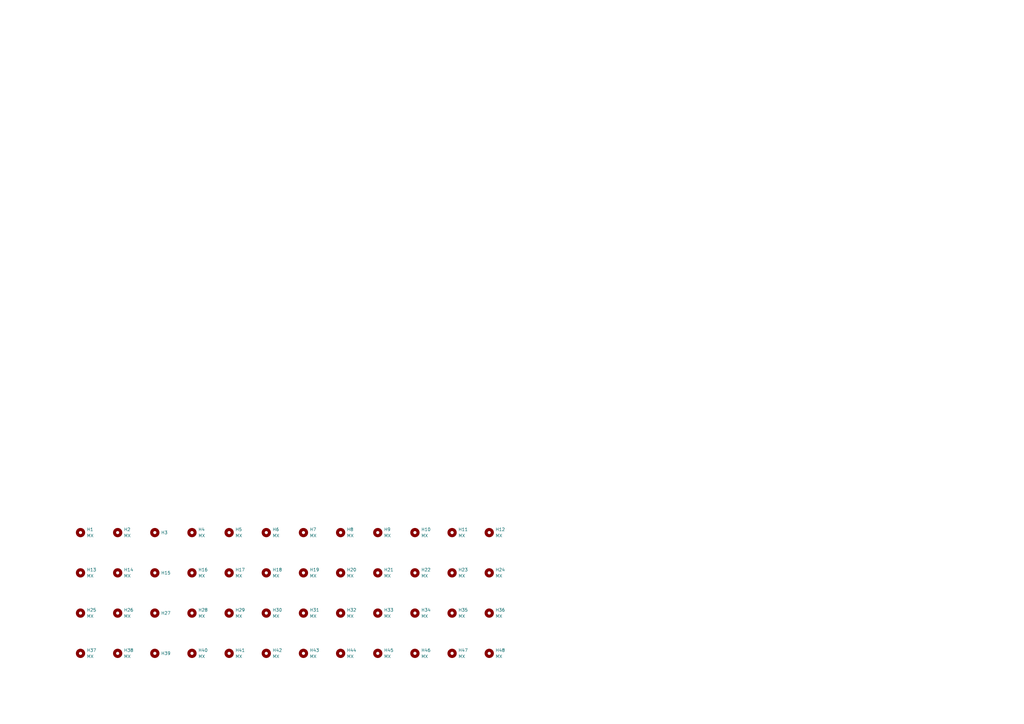
<source format=kicad_sch>
(kicad_sch (version 20230121) (generator eeschema)

  (uuid 195be91b-8e8a-44dc-96de-003bfb3dcf19)

  (paper "A3")

  (lib_symbols
    (symbol "Mechanical:MountingHole" (pin_names (offset 1.016)) (in_bom yes) (on_board yes)
      (property "Reference" "H" (at 0 5.08 0)
        (effects (font (size 1.27 1.27)))
      )
      (property "Value" "MountingHole" (at 0 3.175 0)
        (effects (font (size 1.27 1.27)))
      )
      (property "Footprint" "" (at 0 0 0)
        (effects (font (size 1.27 1.27)) hide)
      )
      (property "Datasheet" "~" (at 0 0 0)
        (effects (font (size 1.27 1.27)) hide)
      )
      (property "ki_keywords" "mounting hole" (at 0 0 0)
        (effects (font (size 1.27 1.27)) hide)
      )
      (property "ki_description" "Mounting Hole without connection" (at 0 0 0)
        (effects (font (size 1.27 1.27)) hide)
      )
      (property "ki_fp_filters" "MountingHole*" (at 0 0 0)
        (effects (font (size 1.27 1.27)) hide)
      )
      (symbol "MountingHole_0_1"
        (circle (center 0 0) (radius 1.27)
          (stroke (width 1.27) (type default))
          (fill (type none))
        )
      )
    )
  )


  (symbol (lib_id "Mechanical:MountingHole") (at 139.7 251.46 0) (unit 1)
    (in_bom yes) (on_board yes) (dnp no) (fields_autoplaced)
    (uuid 063b1dc2-ca55-4bb4-85d7-6cd6f495ad59)
    (property "Reference" "MX32" (at 142.24 250.19 0)
      (effects (font (size 1.27 1.27)) (justify left))
    )
    (property "Value" "MX" (at 142.24 252.73 0)
      (effects (font (size 1.27 1.27)) (justify left))
    )
    (property "Footprint" "PCM_marbastlib-xp-plate-mx:Plate-M_MX_1u" (at 139.7 251.46 0)
      (effects (font (size 1.27 1.27)) hide)
    )
    (property "Datasheet" "~" (at 139.7 251.46 0)
      (effects (font (size 1.27 1.27)) hide)
    )
    (property "LCSC" "" (at 139.7 251.46 0)
      (effects (font (size 1.27 1.27)) hide)
    )
    (instances
      (project "cornelius"
        (path "/13e40788-c997-49b6-a295-2e0f727db597/6b5635e7-5fcf-47f3-9ba2-4889ebab0035"
          (reference "MX32") (unit 1)
        )
      )
      (project "plate_ble"
        (path "/195be91b-8e8a-44dc-96de-003bfb3dcf19"
          (reference "H32") (unit 1)
        )
      )
      (project "cornelius"
        (path "/2ec4f4fa-8c08-458a-8dcd-8bbe89e58c6a"
          (reference "MX32") (unit 1)
        )
      )
    )
  )

  (symbol (lib_id "Mechanical:MountingHole") (at 154.94 267.97 0) (unit 1)
    (in_bom yes) (on_board yes) (dnp no) (fields_autoplaced)
    (uuid 068ae062-4b8a-4e8f-89cf-d2041ddd6e40)
    (property "Reference" "MX45" (at 157.48 266.7 0)
      (effects (font (size 1.27 1.27)) (justify left))
    )
    (property "Value" "MX" (at 157.48 269.24 0)
      (effects (font (size 1.27 1.27)) (justify left))
    )
    (property "Footprint" "PCM_marbastlib-xp-plate-mx:Plate-M_MX_1u" (at 154.94 267.97 0)
      (effects (font (size 1.27 1.27)) hide)
    )
    (property "Datasheet" "~" (at 154.94 267.97 0)
      (effects (font (size 1.27 1.27)) hide)
    )
    (property "LCSC" "" (at 154.94 267.97 0)
      (effects (font (size 1.27 1.27)) hide)
    )
    (instances
      (project "cornelius"
        (path "/13e40788-c997-49b6-a295-2e0f727db597/6b5635e7-5fcf-47f3-9ba2-4889ebab0035"
          (reference "MX45") (unit 1)
        )
      )
      (project "plate_ble"
        (path "/195be91b-8e8a-44dc-96de-003bfb3dcf19"
          (reference "H45") (unit 1)
        )
      )
      (project "cornelius"
        (path "/2ec4f4fa-8c08-458a-8dcd-8bbe89e58c6a"
          (reference "MX45") (unit 1)
        )
      )
    )
  )

  (symbol (lib_id "Mechanical:MountingHole") (at 124.46 234.95 0) (unit 1)
    (in_bom yes) (on_board yes) (dnp no) (fields_autoplaced)
    (uuid 06fd59d4-5c4e-41cb-bddc-70adb2b1f5e5)
    (property "Reference" "MX19" (at 127 233.68 0)
      (effects (font (size 1.27 1.27)) (justify left))
    )
    (property "Value" "MX" (at 127 236.22 0)
      (effects (font (size 1.27 1.27)) (justify left))
    )
    (property "Footprint" "PCM_marbastlib-xp-plate-mx:Plate-M_MX_1u" (at 124.46 234.95 0)
      (effects (font (size 1.27 1.27)) hide)
    )
    (property "Datasheet" "~" (at 124.46 234.95 0)
      (effects (font (size 1.27 1.27)) hide)
    )
    (property "LCSC" "" (at 124.46 234.95 0)
      (effects (font (size 1.27 1.27)) hide)
    )
    (instances
      (project "cornelius"
        (path "/13e40788-c997-49b6-a295-2e0f727db597/6b5635e7-5fcf-47f3-9ba2-4889ebab0035"
          (reference "MX19") (unit 1)
        )
      )
      (project "plate_ble"
        (path "/195be91b-8e8a-44dc-96de-003bfb3dcf19"
          (reference "H19") (unit 1)
        )
      )
      (project "cornelius"
        (path "/2ec4f4fa-8c08-458a-8dcd-8bbe89e58c6a"
          (reference "MX19") (unit 1)
        )
      )
    )
  )

  (symbol (lib_id "Mechanical:MountingHole") (at 185.42 218.44 0) (unit 1)
    (in_bom yes) (on_board yes) (dnp no) (fields_autoplaced)
    (uuid 07437343-938b-40bc-85a1-78465ff1d5ce)
    (property "Reference" "MX11" (at 187.96 217.17 0)
      (effects (font (size 1.27 1.27)) (justify left))
    )
    (property "Value" "MX" (at 187.96 219.71 0)
      (effects (font (size 1.27 1.27)) (justify left))
    )
    (property "Footprint" "PCM_marbastlib-xp-plate-mx:Plate-M_MX_1u" (at 185.42 218.44 0)
      (effects (font (size 1.27 1.27)) hide)
    )
    (property "Datasheet" "~" (at 185.42 218.44 0)
      (effects (font (size 1.27 1.27)) hide)
    )
    (property "LCSC" "" (at 185.42 218.44 0)
      (effects (font (size 1.27 1.27)) hide)
    )
    (instances
      (project "cornelius"
        (path "/13e40788-c997-49b6-a295-2e0f727db597/6b5635e7-5fcf-47f3-9ba2-4889ebab0035"
          (reference "MX11") (unit 1)
        )
      )
      (project "plate_ble"
        (path "/195be91b-8e8a-44dc-96de-003bfb3dcf19"
          (reference "H11") (unit 1)
        )
      )
      (project "cornelius"
        (path "/2ec4f4fa-8c08-458a-8dcd-8bbe89e58c6a"
          (reference "MX11") (unit 1)
        )
      )
    )
  )

  (symbol (lib_id "Mechanical:MountingHole") (at 185.42 267.97 0) (unit 1)
    (in_bom yes) (on_board yes) (dnp no) (fields_autoplaced)
    (uuid 08d3b48b-5aae-4e55-b4f6-ccd7af245d63)
    (property "Reference" "MX47" (at 187.96 266.7 0)
      (effects (font (size 1.27 1.27)) (justify left))
    )
    (property "Value" "MX" (at 187.96 269.24 0)
      (effects (font (size 1.27 1.27)) (justify left))
    )
    (property "Footprint" "PCM_marbastlib-xp-plate-mx:Plate-M_MX_1u" (at 185.42 267.97 0)
      (effects (font (size 1.27 1.27)) hide)
    )
    (property "Datasheet" "~" (at 185.42 267.97 0)
      (effects (font (size 1.27 1.27)) hide)
    )
    (property "LCSC" "" (at 185.42 267.97 0)
      (effects (font (size 1.27 1.27)) hide)
    )
    (instances
      (project "cornelius"
        (path "/13e40788-c997-49b6-a295-2e0f727db597/6b5635e7-5fcf-47f3-9ba2-4889ebab0035"
          (reference "MX47") (unit 1)
        )
      )
      (project "plate_ble"
        (path "/195be91b-8e8a-44dc-96de-003bfb3dcf19"
          (reference "H47") (unit 1)
        )
      )
      (project "cornelius"
        (path "/2ec4f4fa-8c08-458a-8dcd-8bbe89e58c6a"
          (reference "MX47") (unit 1)
        )
      )
    )
  )

  (symbol (lib_id "Mechanical:MountingHole") (at 93.98 234.95 0) (unit 1)
    (in_bom yes) (on_board yes) (dnp no) (fields_autoplaced)
    (uuid 1010bd01-1237-46bd-98c0-fff1ff2db459)
    (property "Reference" "MX17" (at 96.52 233.68 0)
      (effects (font (size 1.27 1.27)) (justify left))
    )
    (property "Value" "MX" (at 96.52 236.22 0)
      (effects (font (size 1.27 1.27)) (justify left))
    )
    (property "Footprint" "PCM_marbastlib-xp-plate-mx:Plate-M_MX_1u" (at 93.98 234.95 0)
      (effects (font (size 1.27 1.27)) hide)
    )
    (property "Datasheet" "~" (at 93.98 234.95 0)
      (effects (font (size 1.27 1.27)) hide)
    )
    (property "LCSC" "" (at 93.98 234.95 0)
      (effects (font (size 1.27 1.27)) hide)
    )
    (instances
      (project "cornelius"
        (path "/13e40788-c997-49b6-a295-2e0f727db597/6b5635e7-5fcf-47f3-9ba2-4889ebab0035"
          (reference "MX17") (unit 1)
        )
      )
      (project "plate_ble"
        (path "/195be91b-8e8a-44dc-96de-003bfb3dcf19"
          (reference "H17") (unit 1)
        )
      )
      (project "cornelius"
        (path "/2ec4f4fa-8c08-458a-8dcd-8bbe89e58c6a"
          (reference "MX17") (unit 1)
        )
      )
    )
  )

  (symbol (lib_id "Mechanical:MountingHole") (at 109.22 251.46 0) (unit 1)
    (in_bom yes) (on_board yes) (dnp no) (fields_autoplaced)
    (uuid 2a0074bb-eb0c-4c1c-8e3e-2569f9806bef)
    (property "Reference" "MX30" (at 111.76 250.19 0)
      (effects (font (size 1.27 1.27)) (justify left))
    )
    (property "Value" "MX" (at 111.76 252.73 0)
      (effects (font (size 1.27 1.27)) (justify left))
    )
    (property "Footprint" "PCM_marbastlib-xp-plate-mx:Plate-M_MX_1u" (at 109.22 251.46 0)
      (effects (font (size 1.27 1.27)) hide)
    )
    (property "Datasheet" "~" (at 109.22 251.46 0)
      (effects (font (size 1.27 1.27)) hide)
    )
    (property "LCSC" "" (at 109.22 251.46 0)
      (effects (font (size 1.27 1.27)) hide)
    )
    (instances
      (project "cornelius"
        (path "/13e40788-c997-49b6-a295-2e0f727db597/6b5635e7-5fcf-47f3-9ba2-4889ebab0035"
          (reference "MX30") (unit 1)
        )
      )
      (project "plate_ble"
        (path "/195be91b-8e8a-44dc-96de-003bfb3dcf19"
          (reference "H30") (unit 1)
        )
      )
      (project "cornelius"
        (path "/2ec4f4fa-8c08-458a-8dcd-8bbe89e58c6a"
          (reference "MX30") (unit 1)
        )
      )
    )
  )

  (symbol (lib_id "Mechanical:MountingHole") (at 170.18 251.46 0) (unit 1)
    (in_bom yes) (on_board yes) (dnp no) (fields_autoplaced)
    (uuid 2ec8a01a-e72d-4077-be61-c2143af405e1)
    (property "Reference" "MX34" (at 172.72 250.19 0)
      (effects (font (size 1.27 1.27)) (justify left))
    )
    (property "Value" "MX" (at 172.72 252.73 0)
      (effects (font (size 1.27 1.27)) (justify left))
    )
    (property "Footprint" "PCM_marbastlib-xp-plate-mx:Plate-M_MX_1u" (at 170.18 251.46 0)
      (effects (font (size 1.27 1.27)) hide)
    )
    (property "Datasheet" "~" (at 170.18 251.46 0)
      (effects (font (size 1.27 1.27)) hide)
    )
    (property "LCSC" "" (at 170.18 251.46 0)
      (effects (font (size 1.27 1.27)) hide)
    )
    (instances
      (project "cornelius"
        (path "/13e40788-c997-49b6-a295-2e0f727db597/6b5635e7-5fcf-47f3-9ba2-4889ebab0035"
          (reference "MX34") (unit 1)
        )
      )
      (project "plate_ble"
        (path "/195be91b-8e8a-44dc-96de-003bfb3dcf19"
          (reference "H34") (unit 1)
        )
      )
      (project "cornelius"
        (path "/2ec4f4fa-8c08-458a-8dcd-8bbe89e58c6a"
          (reference "MX34") (unit 1)
        )
      )
    )
  )

  (symbol (lib_id "Mechanical:MountingHole") (at 48.26 218.44 0) (unit 1)
    (in_bom yes) (on_board yes) (dnp no) (fields_autoplaced)
    (uuid 3a81b5f7-7659-40af-8a1a-5fc79ed315a8)
    (property "Reference" "MX2" (at 50.8 217.17 0)
      (effects (font (size 1.27 1.27)) (justify left))
    )
    (property "Value" "MX" (at 50.8 219.71 0)
      (effects (font (size 1.27 1.27)) (justify left))
    )
    (property "Footprint" "PCM_marbastlib-xp-plate-mx:Plate-M_MX_1u" (at 48.26 218.44 0)
      (effects (font (size 1.27 1.27)) hide)
    )
    (property "Datasheet" "~" (at 48.26 218.44 0)
      (effects (font (size 1.27 1.27)) hide)
    )
    (property "LCSC" "" (at 48.26 218.44 0)
      (effects (font (size 1.27 1.27)) hide)
    )
    (instances
      (project "cornelius"
        (path "/13e40788-c997-49b6-a295-2e0f727db597/6b5635e7-5fcf-47f3-9ba2-4889ebab0035"
          (reference "MX2") (unit 1)
        )
      )
      (project "plate_ble"
        (path "/195be91b-8e8a-44dc-96de-003bfb3dcf19"
          (reference "H2") (unit 1)
        )
      )
      (project "cornelius"
        (path "/2ec4f4fa-8c08-458a-8dcd-8bbe89e58c6a"
          (reference "MX2") (unit 1)
        )
      )
    )
  )

  (symbol (lib_id "Mechanical:MountingHole") (at 48.26 234.95 0) (unit 1)
    (in_bom yes) (on_board yes) (dnp no) (fields_autoplaced)
    (uuid 44fef1f7-9fcb-43b5-b0fe-76e2df268baa)
    (property "Reference" "MX14" (at 50.8 233.68 0)
      (effects (font (size 1.27 1.27)) (justify left))
    )
    (property "Value" "MX" (at 50.8 236.22 0)
      (effects (font (size 1.27 1.27)) (justify left))
    )
    (property "Footprint" "PCM_marbastlib-xp-plate-mx:Plate-M_MX_1u" (at 48.26 234.95 0)
      (effects (font (size 1.27 1.27)) hide)
    )
    (property "Datasheet" "~" (at 48.26 234.95 0)
      (effects (font (size 1.27 1.27)) hide)
    )
    (property "LCSC" "" (at 48.26 234.95 0)
      (effects (font (size 1.27 1.27)) hide)
    )
    (instances
      (project "cornelius"
        (path "/13e40788-c997-49b6-a295-2e0f727db597/6b5635e7-5fcf-47f3-9ba2-4889ebab0035"
          (reference "MX14") (unit 1)
        )
      )
      (project "plate_ble"
        (path "/195be91b-8e8a-44dc-96de-003bfb3dcf19"
          (reference "H14") (unit 1)
        )
      )
      (project "cornelius"
        (path "/2ec4f4fa-8c08-458a-8dcd-8bbe89e58c6a"
          (reference "MX14") (unit 1)
        )
      )
    )
  )

  (symbol (lib_id "Mechanical:MountingHole") (at 200.66 267.97 0) (unit 1)
    (in_bom yes) (on_board yes) (dnp no) (fields_autoplaced)
    (uuid 4c20d6f0-d721-4c3a-8bf8-8c6b2139e8d9)
    (property "Reference" "MX48" (at 203.2 266.7 0)
      (effects (font (size 1.27 1.27)) (justify left))
    )
    (property "Value" "MX" (at 203.2 269.24 0)
      (effects (font (size 1.27 1.27)) (justify left))
    )
    (property "Footprint" "PCM_marbastlib-xp-plate-mx:Plate-M_MX_1u" (at 200.66 267.97 0)
      (effects (font (size 1.27 1.27)) hide)
    )
    (property "Datasheet" "~" (at 200.66 267.97 0)
      (effects (font (size 1.27 1.27)) hide)
    )
    (property "LCSC" "" (at 200.66 267.97 0)
      (effects (font (size 1.27 1.27)) hide)
    )
    (instances
      (project "cornelius"
        (path "/13e40788-c997-49b6-a295-2e0f727db597/6b5635e7-5fcf-47f3-9ba2-4889ebab0035"
          (reference "MX48") (unit 1)
        )
      )
      (project "plate_ble"
        (path "/195be91b-8e8a-44dc-96de-003bfb3dcf19"
          (reference "H48") (unit 1)
        )
      )
      (project "cornelius"
        (path "/2ec4f4fa-8c08-458a-8dcd-8bbe89e58c6a"
          (reference "MX48") (unit 1)
        )
      )
    )
  )

  (symbol (lib_id "Mechanical:MountingHole") (at 185.42 251.46 0) (unit 1)
    (in_bom yes) (on_board yes) (dnp no) (fields_autoplaced)
    (uuid 4e04b161-5b86-4c49-813e-82b664d29d50)
    (property "Reference" "MX35" (at 187.96 250.19 0)
      (effects (font (size 1.27 1.27)) (justify left))
    )
    (property "Value" "MX" (at 187.96 252.73 0)
      (effects (font (size 1.27 1.27)) (justify left))
    )
    (property "Footprint" "PCM_marbastlib-xp-plate-mx:Plate-M_MX_1u" (at 185.42 251.46 0)
      (effects (font (size 1.27 1.27)) hide)
    )
    (property "Datasheet" "~" (at 185.42 251.46 0)
      (effects (font (size 1.27 1.27)) hide)
    )
    (property "LCSC" "" (at 185.42 251.46 0)
      (effects (font (size 1.27 1.27)) hide)
    )
    (instances
      (project "cornelius"
        (path "/13e40788-c997-49b6-a295-2e0f727db597/6b5635e7-5fcf-47f3-9ba2-4889ebab0035"
          (reference "MX35") (unit 1)
        )
      )
      (project "plate_ble"
        (path "/195be91b-8e8a-44dc-96de-003bfb3dcf19"
          (reference "H35") (unit 1)
        )
      )
      (project "cornelius"
        (path "/2ec4f4fa-8c08-458a-8dcd-8bbe89e58c6a"
          (reference "MX35") (unit 1)
        )
      )
    )
  )

  (symbol (lib_id "Mechanical:MountingHole") (at 63.5 251.46 0) (unit 1)
    (in_bom yes) (on_board yes) (dnp no) (fields_autoplaced)
    (uuid 51a05c2a-5a5f-4f89-a2d7-c452b61e596d)
    (property "Reference" "MX27" (at 66.04 251.46 0)
      (effects (font (size 1.27 1.27)) (justify left))
    )
    (property "Value" "MX" (at 63.5 246.38 0)
      (effects (font (size 1.27 1.27)) hide)
    )
    (property "Footprint" "PCM_marbastlib-xp-plate-mx:Plate-M_MX_1u" (at 63.5 251.46 0)
      (effects (font (size 1.27 1.27)) hide)
    )
    (property "Datasheet" "~" (at 63.5 251.46 0)
      (effects (font (size 1.27 1.27)) hide)
    )
    (property "LCSC" "" (at 63.5 251.46 0)
      (effects (font (size 1.27 1.27)) hide)
    )
    (instances
      (project "cornelius"
        (path "/13e40788-c997-49b6-a295-2e0f727db597/6b5635e7-5fcf-47f3-9ba2-4889ebab0035"
          (reference "MX27") (unit 1)
        )
      )
      (project "plate_ble"
        (path "/195be91b-8e8a-44dc-96de-003bfb3dcf19"
          (reference "H27") (unit 1)
        )
      )
      (project "cornelius"
        (path "/2ec4f4fa-8c08-458a-8dcd-8bbe89e58c6a"
          (reference "MX27") (unit 1)
        )
      )
    )
  )

  (symbol (lib_id "Mechanical:MountingHole") (at 139.7 267.97 0) (unit 1)
    (in_bom yes) (on_board yes) (dnp no) (fields_autoplaced)
    (uuid 535aa5ec-573e-4d7d-8222-d455413312ef)
    (property "Reference" "MX44" (at 142.24 266.7 0)
      (effects (font (size 1.27 1.27)) (justify left))
    )
    (property "Value" "MX" (at 142.24 269.24 0)
      (effects (font (size 1.27 1.27)) (justify left))
    )
    (property "Footprint" "PCM_marbastlib-xp-plate-mx:Plate-M_MX_1u" (at 139.7 267.97 0)
      (effects (font (size 1.27 1.27)) hide)
    )
    (property "Datasheet" "~" (at 139.7 267.97 0)
      (effects (font (size 1.27 1.27)) hide)
    )
    (property "LCSC" "" (at 139.7 267.97 0)
      (effects (font (size 1.27 1.27)) hide)
    )
    (instances
      (project "cornelius"
        (path "/13e40788-c997-49b6-a295-2e0f727db597/6b5635e7-5fcf-47f3-9ba2-4889ebab0035"
          (reference "MX44") (unit 1)
        )
      )
      (project "plate_ble"
        (path "/195be91b-8e8a-44dc-96de-003bfb3dcf19"
          (reference "H44") (unit 1)
        )
      )
      (project "cornelius"
        (path "/2ec4f4fa-8c08-458a-8dcd-8bbe89e58c6a"
          (reference "MX44") (unit 1)
        )
      )
    )
  )

  (symbol (lib_id "Mechanical:MountingHole") (at 48.26 267.97 0) (unit 1)
    (in_bom yes) (on_board yes) (dnp no) (fields_autoplaced)
    (uuid 5bab563d-8012-47ed-a747-f451d964faa3)
    (property "Reference" "MX38" (at 50.8 266.7 0)
      (effects (font (size 1.27 1.27)) (justify left))
    )
    (property "Value" "MX" (at 50.8 269.24 0)
      (effects (font (size 1.27 1.27)) (justify left))
    )
    (property "Footprint" "PCM_marbastlib-xp-plate-mx:Plate-M_MX_1u" (at 48.26 267.97 0)
      (effects (font (size 1.27 1.27)) hide)
    )
    (property "Datasheet" "~" (at 48.26 267.97 0)
      (effects (font (size 1.27 1.27)) hide)
    )
    (property "LCSC" "" (at 48.26 267.97 0)
      (effects (font (size 1.27 1.27)) hide)
    )
    (instances
      (project "cornelius"
        (path "/13e40788-c997-49b6-a295-2e0f727db597/6b5635e7-5fcf-47f3-9ba2-4889ebab0035"
          (reference "MX38") (unit 1)
        )
      )
      (project "plate_ble"
        (path "/195be91b-8e8a-44dc-96de-003bfb3dcf19"
          (reference "H38") (unit 1)
        )
      )
      (project "cornelius"
        (path "/2ec4f4fa-8c08-458a-8dcd-8bbe89e58c6a"
          (reference "MX38") (unit 1)
        )
      )
    )
  )

  (symbol (lib_id "Mechanical:MountingHole") (at 124.46 218.44 0) (unit 1)
    (in_bom yes) (on_board yes) (dnp no) (fields_autoplaced)
    (uuid 5c95a454-e84b-41ac-a6ae-352fae1fd512)
    (property "Reference" "MX7" (at 127 217.17 0)
      (effects (font (size 1.27 1.27)) (justify left))
    )
    (property "Value" "MX" (at 127 219.71 0)
      (effects (font (size 1.27 1.27)) (justify left))
    )
    (property "Footprint" "PCM_marbastlib-xp-plate-mx:Plate-M_MX_1u" (at 124.46 218.44 0)
      (effects (font (size 1.27 1.27)) hide)
    )
    (property "Datasheet" "~" (at 124.46 218.44 0)
      (effects (font (size 1.27 1.27)) hide)
    )
    (property "LCSC" "" (at 124.46 218.44 0)
      (effects (font (size 1.27 1.27)) hide)
    )
    (instances
      (project "cornelius"
        (path "/13e40788-c997-49b6-a295-2e0f727db597/6b5635e7-5fcf-47f3-9ba2-4889ebab0035"
          (reference "MX7") (unit 1)
        )
      )
      (project "plate_ble"
        (path "/195be91b-8e8a-44dc-96de-003bfb3dcf19"
          (reference "H7") (unit 1)
        )
      )
      (project "cornelius"
        (path "/2ec4f4fa-8c08-458a-8dcd-8bbe89e58c6a"
          (reference "MX7") (unit 1)
        )
      )
    )
  )

  (symbol (lib_id "Mechanical:MountingHole") (at 109.22 234.95 0) (unit 1)
    (in_bom yes) (on_board yes) (dnp no) (fields_autoplaced)
    (uuid 6174a3ed-c9f3-48be-a530-f51b00ab21ec)
    (property "Reference" "MX18" (at 111.76 233.68 0)
      (effects (font (size 1.27 1.27)) (justify left))
    )
    (property "Value" "MX" (at 111.76 236.22 0)
      (effects (font (size 1.27 1.27)) (justify left))
    )
    (property "Footprint" "PCM_marbastlib-xp-plate-mx:Plate-M_MX_1u" (at 109.22 234.95 0)
      (effects (font (size 1.27 1.27)) hide)
    )
    (property "Datasheet" "~" (at 109.22 234.95 0)
      (effects (font (size 1.27 1.27)) hide)
    )
    (property "LCSC" "" (at 109.22 234.95 0)
      (effects (font (size 1.27 1.27)) hide)
    )
    (instances
      (project "cornelius"
        (path "/13e40788-c997-49b6-a295-2e0f727db597/6b5635e7-5fcf-47f3-9ba2-4889ebab0035"
          (reference "MX18") (unit 1)
        )
      )
      (project "plate_ble"
        (path "/195be91b-8e8a-44dc-96de-003bfb3dcf19"
          (reference "H18") (unit 1)
        )
      )
      (project "cornelius"
        (path "/2ec4f4fa-8c08-458a-8dcd-8bbe89e58c6a"
          (reference "MX18") (unit 1)
        )
      )
    )
  )

  (symbol (lib_id "Mechanical:MountingHole") (at 78.74 267.97 0) (unit 1)
    (in_bom yes) (on_board yes) (dnp no) (fields_autoplaced)
    (uuid 655301e7-bf76-4a3c-9ac6-6476fbb26f62)
    (property "Reference" "MX40" (at 81.28 266.7 0)
      (effects (font (size 1.27 1.27)) (justify left))
    )
    (property "Value" "MX" (at 81.28 269.24 0)
      (effects (font (size 1.27 1.27)) (justify left))
    )
    (property "Footprint" "PCM_marbastlib-xp-plate-mx:Plate-M_MX_1u" (at 78.74 267.97 0)
      (effects (font (size 1.27 1.27)) hide)
    )
    (property "Datasheet" "~" (at 78.74 267.97 0)
      (effects (font (size 1.27 1.27)) hide)
    )
    (property "LCSC" "" (at 78.74 267.97 0)
      (effects (font (size 1.27 1.27)) hide)
    )
    (instances
      (project "cornelius"
        (path "/13e40788-c997-49b6-a295-2e0f727db597/6b5635e7-5fcf-47f3-9ba2-4889ebab0035"
          (reference "MX40") (unit 1)
        )
      )
      (project "plate_ble"
        (path "/195be91b-8e8a-44dc-96de-003bfb3dcf19"
          (reference "H40") (unit 1)
        )
      )
      (project "cornelius"
        (path "/2ec4f4fa-8c08-458a-8dcd-8bbe89e58c6a"
          (reference "MX40") (unit 1)
        )
      )
    )
  )

  (symbol (lib_id "Mechanical:MountingHole") (at 33.02 234.95 0) (unit 1)
    (in_bom yes) (on_board yes) (dnp no) (fields_autoplaced)
    (uuid 738abfe1-dea5-4266-9254-447c56134734)
    (property "Reference" "MX13" (at 35.56 233.68 0)
      (effects (font (size 1.27 1.27)) (justify left))
    )
    (property "Value" "MX" (at 35.56 236.22 0)
      (effects (font (size 1.27 1.27)) (justify left))
    )
    (property "Footprint" "PCM_marbastlib-xp-plate-mx:Plate-M_MX_1u" (at 33.02 234.95 0)
      (effects (font (size 1.27 1.27)) hide)
    )
    (property "Datasheet" "~" (at 33.02 234.95 0)
      (effects (font (size 1.27 1.27)) hide)
    )
    (property "LCSC" "" (at 33.02 234.95 0)
      (effects (font (size 1.27 1.27)) hide)
    )
    (instances
      (project "cornelius"
        (path "/13e40788-c997-49b6-a295-2e0f727db597/6b5635e7-5fcf-47f3-9ba2-4889ebab0035"
          (reference "MX13") (unit 1)
        )
      )
      (project "plate_ble"
        (path "/195be91b-8e8a-44dc-96de-003bfb3dcf19"
          (reference "H13") (unit 1)
        )
      )
      (project "cornelius"
        (path "/2ec4f4fa-8c08-458a-8dcd-8bbe89e58c6a"
          (reference "MX13") (unit 1)
        )
      )
    )
  )

  (symbol (lib_id "Mechanical:MountingHole") (at 93.98 267.97 0) (unit 1)
    (in_bom yes) (on_board yes) (dnp no) (fields_autoplaced)
    (uuid 738ff01d-32a5-4825-abb3-f41625beaf44)
    (property "Reference" "MX41" (at 96.52 266.7 0)
      (effects (font (size 1.27 1.27)) (justify left))
    )
    (property "Value" "MX" (at 96.52 269.24 0)
      (effects (font (size 1.27 1.27)) (justify left))
    )
    (property "Footprint" "PCM_marbastlib-xp-plate-mx:Plate-M_MX_1u" (at 93.98 267.97 0)
      (effects (font (size 1.27 1.27)) hide)
    )
    (property "Datasheet" "~" (at 93.98 267.97 0)
      (effects (font (size 1.27 1.27)) hide)
    )
    (property "LCSC" "" (at 93.98 267.97 0)
      (effects (font (size 1.27 1.27)) hide)
    )
    (instances
      (project "cornelius"
        (path "/13e40788-c997-49b6-a295-2e0f727db597/6b5635e7-5fcf-47f3-9ba2-4889ebab0035"
          (reference "MX41") (unit 1)
        )
      )
      (project "plate_ble"
        (path "/195be91b-8e8a-44dc-96de-003bfb3dcf19"
          (reference "H41") (unit 1)
        )
      )
      (project "cornelius"
        (path "/2ec4f4fa-8c08-458a-8dcd-8bbe89e58c6a"
          (reference "MX41") (unit 1)
        )
      )
    )
  )

  (symbol (lib_id "Mechanical:MountingHole") (at 78.74 234.95 0) (unit 1)
    (in_bom yes) (on_board yes) (dnp no) (fields_autoplaced)
    (uuid 74290ac4-a7ff-4e8b-8083-5234448999c3)
    (property "Reference" "MX16" (at 81.28 233.68 0)
      (effects (font (size 1.27 1.27)) (justify left))
    )
    (property "Value" "MX" (at 81.28 236.22 0)
      (effects (font (size 1.27 1.27)) (justify left))
    )
    (property "Footprint" "PCM_marbastlib-xp-plate-mx:Plate-M_MX_1u" (at 78.74 234.95 0)
      (effects (font (size 1.27 1.27)) hide)
    )
    (property "Datasheet" "~" (at 78.74 234.95 0)
      (effects (font (size 1.27 1.27)) hide)
    )
    (property "LCSC" "" (at 78.74 234.95 0)
      (effects (font (size 1.27 1.27)) hide)
    )
    (instances
      (project "cornelius"
        (path "/13e40788-c997-49b6-a295-2e0f727db597/6b5635e7-5fcf-47f3-9ba2-4889ebab0035"
          (reference "MX16") (unit 1)
        )
      )
      (project "plate_ble"
        (path "/195be91b-8e8a-44dc-96de-003bfb3dcf19"
          (reference "H16") (unit 1)
        )
      )
      (project "cornelius"
        (path "/2ec4f4fa-8c08-458a-8dcd-8bbe89e58c6a"
          (reference "MX16") (unit 1)
        )
      )
    )
  )

  (symbol (lib_id "Mechanical:MountingHole") (at 154.94 251.46 0) (unit 1)
    (in_bom yes) (on_board yes) (dnp no) (fields_autoplaced)
    (uuid 7955cf1a-8310-4e2d-ad12-1ffe9032a836)
    (property "Reference" "MX33" (at 157.48 250.19 0)
      (effects (font (size 1.27 1.27)) (justify left))
    )
    (property "Value" "MX" (at 157.48 252.73 0)
      (effects (font (size 1.27 1.27)) (justify left))
    )
    (property "Footprint" "PCM_marbastlib-xp-plate-mx:Plate-M_MX_1u" (at 154.94 251.46 0)
      (effects (font (size 1.27 1.27)) hide)
    )
    (property "Datasheet" "~" (at 154.94 251.46 0)
      (effects (font (size 1.27 1.27)) hide)
    )
    (property "LCSC" "" (at 154.94 251.46 0)
      (effects (font (size 1.27 1.27)) hide)
    )
    (instances
      (project "cornelius"
        (path "/13e40788-c997-49b6-a295-2e0f727db597/6b5635e7-5fcf-47f3-9ba2-4889ebab0035"
          (reference "MX33") (unit 1)
        )
      )
      (project "plate_ble"
        (path "/195be91b-8e8a-44dc-96de-003bfb3dcf19"
          (reference "H33") (unit 1)
        )
      )
      (project "cornelius"
        (path "/2ec4f4fa-8c08-458a-8dcd-8bbe89e58c6a"
          (reference "MX33") (unit 1)
        )
      )
    )
  )

  (symbol (lib_id "Mechanical:MountingHole") (at 139.7 218.44 0) (unit 1)
    (in_bom yes) (on_board yes) (dnp no) (fields_autoplaced)
    (uuid 7fc99e47-acb9-4e7e-8aca-ea9247f712b4)
    (property "Reference" "MX8" (at 142.24 217.17 0)
      (effects (font (size 1.27 1.27)) (justify left))
    )
    (property "Value" "MX" (at 142.24 219.71 0)
      (effects (font (size 1.27 1.27)) (justify left))
    )
    (property "Footprint" "PCM_marbastlib-xp-plate-mx:Plate-M_MX_1u" (at 139.7 218.44 0)
      (effects (font (size 1.27 1.27)) hide)
    )
    (property "Datasheet" "~" (at 139.7 218.44 0)
      (effects (font (size 1.27 1.27)) hide)
    )
    (property "LCSC" "" (at 139.7 218.44 0)
      (effects (font (size 1.27 1.27)) hide)
    )
    (instances
      (project "cornelius"
        (path "/13e40788-c997-49b6-a295-2e0f727db597/6b5635e7-5fcf-47f3-9ba2-4889ebab0035"
          (reference "MX8") (unit 1)
        )
      )
      (project "plate_ble"
        (path "/195be91b-8e8a-44dc-96de-003bfb3dcf19"
          (reference "H8") (unit 1)
        )
      )
      (project "cornelius"
        (path "/2ec4f4fa-8c08-458a-8dcd-8bbe89e58c6a"
          (reference "MX8") (unit 1)
        )
      )
    )
  )

  (symbol (lib_id "Mechanical:MountingHole") (at 63.5 234.95 0) (unit 1)
    (in_bom yes) (on_board yes) (dnp no) (fields_autoplaced)
    (uuid 806b236d-ddfc-47ad-8b3f-623a8be01127)
    (property "Reference" "MX15" (at 66.04 234.95 0)
      (effects (font (size 1.27 1.27)) (justify left))
    )
    (property "Value" "MX" (at 63.5 229.87 0)
      (effects (font (size 1.27 1.27)) hide)
    )
    (property "Footprint" "PCM_marbastlib-xp-plate-mx:Plate-M_MX_1u" (at 63.5 234.95 0)
      (effects (font (size 1.27 1.27)) hide)
    )
    (property "Datasheet" "~" (at 63.5 234.95 0)
      (effects (font (size 1.27 1.27)) hide)
    )
    (property "LCSC" "" (at 63.5 234.95 0)
      (effects (font (size 1.27 1.27)) hide)
    )
    (instances
      (project "cornelius"
        (path "/13e40788-c997-49b6-a295-2e0f727db597/6b5635e7-5fcf-47f3-9ba2-4889ebab0035"
          (reference "MX15") (unit 1)
        )
      )
      (project "plate_ble"
        (path "/195be91b-8e8a-44dc-96de-003bfb3dcf19"
          (reference "H15") (unit 1)
        )
      )
      (project "cornelius"
        (path "/2ec4f4fa-8c08-458a-8dcd-8bbe89e58c6a"
          (reference "MX15") (unit 1)
        )
      )
    )
  )

  (symbol (lib_id "Mechanical:MountingHole") (at 93.98 218.44 0) (unit 1)
    (in_bom yes) (on_board yes) (dnp no) (fields_autoplaced)
    (uuid 828c0c7b-148c-42a1-bc13-c584ea3db511)
    (property "Reference" "MX5" (at 96.52 217.17 0)
      (effects (font (size 1.27 1.27)) (justify left))
    )
    (property "Value" "MX" (at 96.52 219.71 0)
      (effects (font (size 1.27 1.27)) (justify left))
    )
    (property "Footprint" "PCM_marbastlib-xp-plate-mx:Plate-M_MX_1u" (at 93.98 218.44 0)
      (effects (font (size 1.27 1.27)) hide)
    )
    (property "Datasheet" "~" (at 93.98 218.44 0)
      (effects (font (size 1.27 1.27)) hide)
    )
    (property "LCSC" "" (at 93.98 218.44 0)
      (effects (font (size 1.27 1.27)) hide)
    )
    (instances
      (project "cornelius"
        (path "/13e40788-c997-49b6-a295-2e0f727db597/6b5635e7-5fcf-47f3-9ba2-4889ebab0035"
          (reference "MX5") (unit 1)
        )
      )
      (project "plate_ble"
        (path "/195be91b-8e8a-44dc-96de-003bfb3dcf19"
          (reference "H5") (unit 1)
        )
      )
      (project "cornelius"
        (path "/2ec4f4fa-8c08-458a-8dcd-8bbe89e58c6a"
          (reference "MX5") (unit 1)
        )
      )
    )
  )

  (symbol (lib_id "Mechanical:MountingHole") (at 200.66 234.95 0) (unit 1)
    (in_bom yes) (on_board yes) (dnp no) (fields_autoplaced)
    (uuid 87d62367-fb54-4d30-b711-f8b17788771b)
    (property "Reference" "MX24" (at 203.2 233.68 0)
      (effects (font (size 1.27 1.27)) (justify left))
    )
    (property "Value" "MX" (at 203.2 236.22 0)
      (effects (font (size 1.27 1.27)) (justify left))
    )
    (property "Footprint" "PCM_marbastlib-xp-plate-mx:Plate-M_MX_1u" (at 200.66 234.95 0)
      (effects (font (size 1.27 1.27)) hide)
    )
    (property "Datasheet" "~" (at 200.66 234.95 0)
      (effects (font (size 1.27 1.27)) hide)
    )
    (property "LCSC" "" (at 200.66 234.95 0)
      (effects (font (size 1.27 1.27)) hide)
    )
    (instances
      (project "cornelius"
        (path "/13e40788-c997-49b6-a295-2e0f727db597/6b5635e7-5fcf-47f3-9ba2-4889ebab0035"
          (reference "MX24") (unit 1)
        )
      )
      (project "plate_ble"
        (path "/195be91b-8e8a-44dc-96de-003bfb3dcf19"
          (reference "H24") (unit 1)
        )
      )
      (project "cornelius"
        (path "/2ec4f4fa-8c08-458a-8dcd-8bbe89e58c6a"
          (reference "MX24") (unit 1)
        )
      )
    )
  )

  (symbol (lib_id "Mechanical:MountingHole") (at 200.66 218.44 0) (unit 1)
    (in_bom yes) (on_board yes) (dnp no) (fields_autoplaced)
    (uuid 8c36b845-6c6d-4747-ab86-22354c81671b)
    (property "Reference" "MX12" (at 203.2 217.17 0)
      (effects (font (size 1.27 1.27)) (justify left))
    )
    (property "Value" "MX" (at 203.2 219.71 0)
      (effects (font (size 1.27 1.27)) (justify left))
    )
    (property "Footprint" "PCM_marbastlib-xp-plate-mx:Plate-M_MX_1u" (at 200.66 218.44 0)
      (effects (font (size 1.27 1.27)) hide)
    )
    (property "Datasheet" "~" (at 200.66 218.44 0)
      (effects (font (size 1.27 1.27)) hide)
    )
    (property "LCSC" "" (at 200.66 218.44 0)
      (effects (font (size 1.27 1.27)) hide)
    )
    (instances
      (project "cornelius"
        (path "/13e40788-c997-49b6-a295-2e0f727db597/6b5635e7-5fcf-47f3-9ba2-4889ebab0035"
          (reference "MX12") (unit 1)
        )
      )
      (project "plate_ble"
        (path "/195be91b-8e8a-44dc-96de-003bfb3dcf19"
          (reference "H12") (unit 1)
        )
      )
      (project "cornelius"
        (path "/2ec4f4fa-8c08-458a-8dcd-8bbe89e58c6a"
          (reference "MX12") (unit 1)
        )
      )
    )
  )

  (symbol (lib_id "Mechanical:MountingHole") (at 63.5 267.97 0) (unit 1)
    (in_bom yes) (on_board yes) (dnp no) (fields_autoplaced)
    (uuid 8d9ee6bf-2400-40b7-b950-d6c643e7731e)
    (property "Reference" "MX39" (at 66.04 267.97 0)
      (effects (font (size 1.27 1.27)) (justify left))
    )
    (property "Value" "MX" (at 63.5 262.89 0)
      (effects (font (size 1.27 1.27)) hide)
    )
    (property "Footprint" "PCM_marbastlib-xp-plate-mx:Plate-M_MX_1u" (at 63.5 267.97 0)
      (effects (font (size 1.27 1.27)) hide)
    )
    (property "Datasheet" "~" (at 63.5 267.97 0)
      (effects (font (size 1.27 1.27)) hide)
    )
    (property "LCSC" "" (at 63.5 267.97 0)
      (effects (font (size 1.27 1.27)) hide)
    )
    (instances
      (project "cornelius"
        (path "/13e40788-c997-49b6-a295-2e0f727db597/6b5635e7-5fcf-47f3-9ba2-4889ebab0035"
          (reference "MX39") (unit 1)
        )
      )
      (project "plate_ble"
        (path "/195be91b-8e8a-44dc-96de-003bfb3dcf19"
          (reference "H39") (unit 1)
        )
      )
      (project "cornelius"
        (path "/2ec4f4fa-8c08-458a-8dcd-8bbe89e58c6a"
          (reference "MX39") (unit 1)
        )
      )
    )
  )

  (symbol (lib_id "Mechanical:MountingHole") (at 33.02 267.97 0) (unit 1)
    (in_bom yes) (on_board yes) (dnp no) (fields_autoplaced)
    (uuid 946bbc7c-58c0-4d1c-9988-eb3eec3dd254)
    (property "Reference" "MX37" (at 35.56 266.7 0)
      (effects (font (size 1.27 1.27)) (justify left))
    )
    (property "Value" "MX" (at 35.56 269.24 0)
      (effects (font (size 1.27 1.27)) (justify left))
    )
    (property "Footprint" "PCM_marbastlib-xp-plate-mx:Plate-M_MX_1u" (at 33.02 267.97 0)
      (effects (font (size 1.27 1.27)) hide)
    )
    (property "Datasheet" "~" (at 33.02 267.97 0)
      (effects (font (size 1.27 1.27)) hide)
    )
    (property "LCSC" "" (at 33.02 267.97 0)
      (effects (font (size 1.27 1.27)) hide)
    )
    (instances
      (project "cornelius"
        (path "/13e40788-c997-49b6-a295-2e0f727db597/6b5635e7-5fcf-47f3-9ba2-4889ebab0035"
          (reference "MX37") (unit 1)
        )
      )
      (project "plate_ble"
        (path "/195be91b-8e8a-44dc-96de-003bfb3dcf19"
          (reference "H37") (unit 1)
        )
      )
      (project "cornelius"
        (path "/2ec4f4fa-8c08-458a-8dcd-8bbe89e58c6a"
          (reference "MX37") (unit 1)
        )
      )
    )
  )

  (symbol (lib_id "Mechanical:MountingHole") (at 109.22 267.97 0) (unit 1)
    (in_bom yes) (on_board yes) (dnp no) (fields_autoplaced)
    (uuid 98ba56c3-14fb-4208-9181-612cad8c5eaa)
    (property "Reference" "MX42" (at 111.76 266.7 0)
      (effects (font (size 1.27 1.27)) (justify left))
    )
    (property "Value" "MX" (at 111.76 269.24 0)
      (effects (font (size 1.27 1.27)) (justify left))
    )
    (property "Footprint" "PCM_marbastlib-xp-plate-mx:Plate-M_MX_1u" (at 109.22 267.97 0)
      (effects (font (size 1.27 1.27)) hide)
    )
    (property "Datasheet" "~" (at 109.22 267.97 0)
      (effects (font (size 1.27 1.27)) hide)
    )
    (property "LCSC" "" (at 109.22 267.97 0)
      (effects (font (size 1.27 1.27)) hide)
    )
    (instances
      (project "cornelius"
        (path "/13e40788-c997-49b6-a295-2e0f727db597/6b5635e7-5fcf-47f3-9ba2-4889ebab0035"
          (reference "MX42") (unit 1)
        )
      )
      (project "plate_ble"
        (path "/195be91b-8e8a-44dc-96de-003bfb3dcf19"
          (reference "H42") (unit 1)
        )
      )
      (project "cornelius"
        (path "/2ec4f4fa-8c08-458a-8dcd-8bbe89e58c6a"
          (reference "MX42") (unit 1)
        )
      )
    )
  )

  (symbol (lib_id "Mechanical:MountingHole") (at 33.02 251.46 0) (unit 1)
    (in_bom yes) (on_board yes) (dnp no) (fields_autoplaced)
    (uuid 9a9ca8a6-152d-48d4-81e9-b630ab8c4441)
    (property "Reference" "MX25" (at 35.56 250.19 0)
      (effects (font (size 1.27 1.27)) (justify left))
    )
    (property "Value" "MX" (at 35.56 252.73 0)
      (effects (font (size 1.27 1.27)) (justify left))
    )
    (property "Footprint" "PCM_marbastlib-xp-plate-mx:Plate-M_MX_1u" (at 33.02 251.46 0)
      (effects (font (size 1.27 1.27)) hide)
    )
    (property "Datasheet" "~" (at 33.02 251.46 0)
      (effects (font (size 1.27 1.27)) hide)
    )
    (property "LCSC" "" (at 33.02 251.46 0)
      (effects (font (size 1.27 1.27)) hide)
    )
    (instances
      (project "cornelius"
        (path "/13e40788-c997-49b6-a295-2e0f727db597/6b5635e7-5fcf-47f3-9ba2-4889ebab0035"
          (reference "MX25") (unit 1)
        )
      )
      (project "plate_ble"
        (path "/195be91b-8e8a-44dc-96de-003bfb3dcf19"
          (reference "H25") (unit 1)
        )
      )
      (project "cornelius"
        (path "/2ec4f4fa-8c08-458a-8dcd-8bbe89e58c6a"
          (reference "MX25") (unit 1)
        )
      )
    )
  )

  (symbol (lib_id "Mechanical:MountingHole") (at 33.02 218.44 0) (unit 1)
    (in_bom yes) (on_board yes) (dnp no) (fields_autoplaced)
    (uuid 9b91aedc-a5a0-446a-a7e6-6c01c262d6c1)
    (property "Reference" "MX1" (at 35.56 217.17 0)
      (effects (font (size 1.27 1.27)) (justify left))
    )
    (property "Value" "MX" (at 35.56 219.71 0)
      (effects (font (size 1.27 1.27)) (justify left))
    )
    (property "Footprint" "PCM_marbastlib-xp-plate-mx:Plate-M_MX_1u" (at 33.02 218.44 0)
      (effects (font (size 1.27 1.27)) hide)
    )
    (property "Datasheet" "~" (at 33.02 218.44 0)
      (effects (font (size 1.27 1.27)) hide)
    )
    (property "LCSC" "" (at 33.02 218.44 0)
      (effects (font (size 1.27 1.27)) hide)
    )
    (instances
      (project "cornelius"
        (path "/13e40788-c997-49b6-a295-2e0f727db597/6b5635e7-5fcf-47f3-9ba2-4889ebab0035"
          (reference "MX1") (unit 1)
        )
      )
      (project "plate_ble"
        (path "/195be91b-8e8a-44dc-96de-003bfb3dcf19"
          (reference "H1") (unit 1)
        )
      )
      (project "cornelius"
        (path "/2ec4f4fa-8c08-458a-8dcd-8bbe89e58c6a"
          (reference "MX1") (unit 1)
        )
      )
    )
  )

  (symbol (lib_id "Mechanical:MountingHole") (at 124.46 251.46 0) (unit 1)
    (in_bom yes) (on_board yes) (dnp no) (fields_autoplaced)
    (uuid 9c0cbbf6-79ec-48d0-840c-9ff9f14f0c71)
    (property "Reference" "MX31" (at 127 250.19 0)
      (effects (font (size 1.27 1.27)) (justify left))
    )
    (property "Value" "MX" (at 127 252.73 0)
      (effects (font (size 1.27 1.27)) (justify left))
    )
    (property "Footprint" "PCM_marbastlib-xp-plate-mx:Plate-M_MX_1u" (at 124.46 251.46 0)
      (effects (font (size 1.27 1.27)) hide)
    )
    (property "Datasheet" "~" (at 124.46 251.46 0)
      (effects (font (size 1.27 1.27)) hide)
    )
    (property "LCSC" "" (at 124.46 251.46 0)
      (effects (font (size 1.27 1.27)) hide)
    )
    (instances
      (project "cornelius"
        (path "/13e40788-c997-49b6-a295-2e0f727db597/6b5635e7-5fcf-47f3-9ba2-4889ebab0035"
          (reference "MX31") (unit 1)
        )
      )
      (project "plate_ble"
        (path "/195be91b-8e8a-44dc-96de-003bfb3dcf19"
          (reference "H31") (unit 1)
        )
      )
      (project "cornelius"
        (path "/2ec4f4fa-8c08-458a-8dcd-8bbe89e58c6a"
          (reference "MX31") (unit 1)
        )
      )
    )
  )

  (symbol (lib_id "Mechanical:MountingHole") (at 109.22 218.44 0) (unit 1)
    (in_bom yes) (on_board yes) (dnp no) (fields_autoplaced)
    (uuid 9eb33409-ce36-47b8-82da-d2f83a9318a3)
    (property "Reference" "MX6" (at 111.76 217.17 0)
      (effects (font (size 1.27 1.27)) (justify left))
    )
    (property "Value" "MX" (at 111.76 219.71 0)
      (effects (font (size 1.27 1.27)) (justify left))
    )
    (property "Footprint" "PCM_marbastlib-xp-plate-mx:Plate-M_MX_1u" (at 109.22 218.44 0)
      (effects (font (size 1.27 1.27)) hide)
    )
    (property "Datasheet" "~" (at 109.22 218.44 0)
      (effects (font (size 1.27 1.27)) hide)
    )
    (property "LCSC" "" (at 109.22 218.44 0)
      (effects (font (size 1.27 1.27)) hide)
    )
    (instances
      (project "cornelius"
        (path "/13e40788-c997-49b6-a295-2e0f727db597/6b5635e7-5fcf-47f3-9ba2-4889ebab0035"
          (reference "MX6") (unit 1)
        )
      )
      (project "plate_ble"
        (path "/195be91b-8e8a-44dc-96de-003bfb3dcf19"
          (reference "H6") (unit 1)
        )
      )
      (project "cornelius"
        (path "/2ec4f4fa-8c08-458a-8dcd-8bbe89e58c6a"
          (reference "MX6") (unit 1)
        )
      )
    )
  )

  (symbol (lib_id "Mechanical:MountingHole") (at 170.18 267.97 0) (unit 1)
    (in_bom yes) (on_board yes) (dnp no) (fields_autoplaced)
    (uuid a0d93cc3-bd27-4f03-84db-750b641093c0)
    (property "Reference" "MX46" (at 172.72 266.7 0)
      (effects (font (size 1.27 1.27)) (justify left))
    )
    (property "Value" "MX" (at 172.72 269.24 0)
      (effects (font (size 1.27 1.27)) (justify left))
    )
    (property "Footprint" "PCM_marbastlib-xp-plate-mx:Plate-M_MX_1u" (at 170.18 267.97 0)
      (effects (font (size 1.27 1.27)) hide)
    )
    (property "Datasheet" "~" (at 170.18 267.97 0)
      (effects (font (size 1.27 1.27)) hide)
    )
    (property "LCSC" "" (at 170.18 267.97 0)
      (effects (font (size 1.27 1.27)) hide)
    )
    (instances
      (project "cornelius"
        (path "/13e40788-c997-49b6-a295-2e0f727db597/6b5635e7-5fcf-47f3-9ba2-4889ebab0035"
          (reference "MX46") (unit 1)
        )
      )
      (project "plate_ble"
        (path "/195be91b-8e8a-44dc-96de-003bfb3dcf19"
          (reference "H46") (unit 1)
        )
      )
      (project "cornelius"
        (path "/2ec4f4fa-8c08-458a-8dcd-8bbe89e58c6a"
          (reference "MX46") (unit 1)
        )
      )
    )
  )

  (symbol (lib_id "Mechanical:MountingHole") (at 154.94 218.44 0) (unit 1)
    (in_bom yes) (on_board yes) (dnp no) (fields_autoplaced)
    (uuid a919a637-6e78-4b43-879d-79abefca8354)
    (property "Reference" "MX9" (at 157.48 217.17 0)
      (effects (font (size 1.27 1.27)) (justify left))
    )
    (property "Value" "MX" (at 157.48 219.71 0)
      (effects (font (size 1.27 1.27)) (justify left))
    )
    (property "Footprint" "PCM_marbastlib-xp-plate-mx:Plate-M_MX_1u" (at 154.94 218.44 0)
      (effects (font (size 1.27 1.27)) hide)
    )
    (property "Datasheet" "~" (at 154.94 218.44 0)
      (effects (font (size 1.27 1.27)) hide)
    )
    (property "LCSC" "" (at 154.94 218.44 0)
      (effects (font (size 1.27 1.27)) hide)
    )
    (instances
      (project "cornelius"
        (path "/13e40788-c997-49b6-a295-2e0f727db597/6b5635e7-5fcf-47f3-9ba2-4889ebab0035"
          (reference "MX9") (unit 1)
        )
      )
      (project "plate_ble"
        (path "/195be91b-8e8a-44dc-96de-003bfb3dcf19"
          (reference "H9") (unit 1)
        )
      )
      (project "cornelius"
        (path "/2ec4f4fa-8c08-458a-8dcd-8bbe89e58c6a"
          (reference "MX9") (unit 1)
        )
      )
    )
  )

  (symbol (lib_id "Mechanical:MountingHole") (at 48.26 251.46 0) (unit 1)
    (in_bom yes) (on_board yes) (dnp no) (fields_autoplaced)
    (uuid aad4109c-5f1b-4d73-8cf0-656a8ced7a9f)
    (property "Reference" "MX26" (at 50.8 250.19 0)
      (effects (font (size 1.27 1.27)) (justify left))
    )
    (property "Value" "MX" (at 50.8 252.73 0)
      (effects (font (size 1.27 1.27)) (justify left))
    )
    (property "Footprint" "PCM_marbastlib-xp-plate-mx:Plate-M_MX_1u" (at 48.26 251.46 0)
      (effects (font (size 1.27 1.27)) hide)
    )
    (property "Datasheet" "~" (at 48.26 251.46 0)
      (effects (font (size 1.27 1.27)) hide)
    )
    (property "LCSC" "" (at 48.26 251.46 0)
      (effects (font (size 1.27 1.27)) hide)
    )
    (instances
      (project "cornelius"
        (path "/13e40788-c997-49b6-a295-2e0f727db597/6b5635e7-5fcf-47f3-9ba2-4889ebab0035"
          (reference "MX26") (unit 1)
        )
      )
      (project "plate_ble"
        (path "/195be91b-8e8a-44dc-96de-003bfb3dcf19"
          (reference "H26") (unit 1)
        )
      )
      (project "cornelius"
        (path "/2ec4f4fa-8c08-458a-8dcd-8bbe89e58c6a"
          (reference "MX26") (unit 1)
        )
      )
    )
  )

  (symbol (lib_id "Mechanical:MountingHole") (at 154.94 234.95 0) (unit 1)
    (in_bom yes) (on_board yes) (dnp no) (fields_autoplaced)
    (uuid aae60d04-fd5f-40e3-b497-51b1faa28395)
    (property "Reference" "MX21" (at 157.48 233.68 0)
      (effects (font (size 1.27 1.27)) (justify left))
    )
    (property "Value" "MX" (at 157.48 236.22 0)
      (effects (font (size 1.27 1.27)) (justify left))
    )
    (property "Footprint" "PCM_marbastlib-xp-plate-mx:Plate-M_MX_1u" (at 154.94 234.95 0)
      (effects (font (size 1.27 1.27)) hide)
    )
    (property "Datasheet" "~" (at 154.94 234.95 0)
      (effects (font (size 1.27 1.27)) hide)
    )
    (property "LCSC" "" (at 154.94 234.95 0)
      (effects (font (size 1.27 1.27)) hide)
    )
    (instances
      (project "cornelius"
        (path "/13e40788-c997-49b6-a295-2e0f727db597/6b5635e7-5fcf-47f3-9ba2-4889ebab0035"
          (reference "MX21") (unit 1)
        )
      )
      (project "plate_ble"
        (path "/195be91b-8e8a-44dc-96de-003bfb3dcf19"
          (reference "H21") (unit 1)
        )
      )
      (project "cornelius"
        (path "/2ec4f4fa-8c08-458a-8dcd-8bbe89e58c6a"
          (reference "MX21") (unit 1)
        )
      )
    )
  )

  (symbol (lib_id "Mechanical:MountingHole") (at 170.18 218.44 0) (unit 1)
    (in_bom yes) (on_board yes) (dnp no) (fields_autoplaced)
    (uuid ab871621-6784-4d14-a287-b55e3745c996)
    (property "Reference" "MX10" (at 172.72 217.17 0)
      (effects (font (size 1.27 1.27)) (justify left))
    )
    (property "Value" "MX" (at 172.72 219.71 0)
      (effects (font (size 1.27 1.27)) (justify left))
    )
    (property "Footprint" "PCM_marbastlib-xp-plate-mx:Plate-M_MX_1u" (at 170.18 218.44 0)
      (effects (font (size 1.27 1.27)) hide)
    )
    (property "Datasheet" "~" (at 170.18 218.44 0)
      (effects (font (size 1.27 1.27)) hide)
    )
    (property "LCSC" "" (at 170.18 218.44 0)
      (effects (font (size 1.27 1.27)) hide)
    )
    (instances
      (project "cornelius"
        (path "/13e40788-c997-49b6-a295-2e0f727db597/6b5635e7-5fcf-47f3-9ba2-4889ebab0035"
          (reference "MX10") (unit 1)
        )
      )
      (project "plate_ble"
        (path "/195be91b-8e8a-44dc-96de-003bfb3dcf19"
          (reference "H10") (unit 1)
        )
      )
      (project "cornelius"
        (path "/2ec4f4fa-8c08-458a-8dcd-8bbe89e58c6a"
          (reference "MX10") (unit 1)
        )
      )
    )
  )

  (symbol (lib_id "Mechanical:MountingHole") (at 124.46 267.97 0) (unit 1)
    (in_bom yes) (on_board yes) (dnp no) (fields_autoplaced)
    (uuid b75f4daf-0742-43c9-bdd3-7f3c0350a0c7)
    (property "Reference" "MX43" (at 127 266.7 0)
      (effects (font (size 1.27 1.27)) (justify left))
    )
    (property "Value" "MX" (at 127 269.24 0)
      (effects (font (size 1.27 1.27)) (justify left))
    )
    (property "Footprint" "PCM_marbastlib-xp-plate-mx:Plate-M_MX_1u" (at 124.46 267.97 0)
      (effects (font (size 1.27 1.27)) hide)
    )
    (property "Datasheet" "~" (at 124.46 267.97 0)
      (effects (font (size 1.27 1.27)) hide)
    )
    (property "LCSC" "" (at 124.46 267.97 0)
      (effects (font (size 1.27 1.27)) hide)
    )
    (instances
      (project "cornelius"
        (path "/13e40788-c997-49b6-a295-2e0f727db597/6b5635e7-5fcf-47f3-9ba2-4889ebab0035"
          (reference "MX43") (unit 1)
        )
      )
      (project "plate_ble"
        (path "/195be91b-8e8a-44dc-96de-003bfb3dcf19"
          (reference "H43") (unit 1)
        )
      )
      (project "cornelius"
        (path "/2ec4f4fa-8c08-458a-8dcd-8bbe89e58c6a"
          (reference "MX43") (unit 1)
        )
      )
    )
  )

  (symbol (lib_id "Mechanical:MountingHole") (at 78.74 218.44 0) (unit 1)
    (in_bom yes) (on_board yes) (dnp no) (fields_autoplaced)
    (uuid bc466ee8-7bcf-473d-bcfd-2f7817159def)
    (property "Reference" "MX4" (at 81.28 217.17 0)
      (effects (font (size 1.27 1.27)) (justify left))
    )
    (property "Value" "MX" (at 81.28 219.71 0)
      (effects (font (size 1.27 1.27)) (justify left))
    )
    (property "Footprint" "PCM_marbastlib-xp-plate-mx:Plate-M_MX_1u" (at 78.74 218.44 0)
      (effects (font (size 1.27 1.27)) hide)
    )
    (property "Datasheet" "~" (at 78.74 218.44 0)
      (effects (font (size 1.27 1.27)) hide)
    )
    (property "LCSC" "" (at 78.74 218.44 0)
      (effects (font (size 1.27 1.27)) hide)
    )
    (instances
      (project "cornelius"
        (path "/13e40788-c997-49b6-a295-2e0f727db597/6b5635e7-5fcf-47f3-9ba2-4889ebab0035"
          (reference "MX4") (unit 1)
        )
      )
      (project "plate_ble"
        (path "/195be91b-8e8a-44dc-96de-003bfb3dcf19"
          (reference "H4") (unit 1)
        )
      )
      (project "cornelius"
        (path "/2ec4f4fa-8c08-458a-8dcd-8bbe89e58c6a"
          (reference "MX4") (unit 1)
        )
      )
    )
  )

  (symbol (lib_id "Mechanical:MountingHole") (at 93.98 251.46 0) (unit 1)
    (in_bom yes) (on_board yes) (dnp no) (fields_autoplaced)
    (uuid c3218840-1e96-4f96-8ea3-fc7618f0a79f)
    (property "Reference" "MX29" (at 96.52 250.19 0)
      (effects (font (size 1.27 1.27)) (justify left))
    )
    (property "Value" "MX" (at 96.52 252.73 0)
      (effects (font (size 1.27 1.27)) (justify left))
    )
    (property "Footprint" "PCM_marbastlib-xp-plate-mx:Plate-M_MX_1u" (at 93.98 251.46 0)
      (effects (font (size 1.27 1.27)) hide)
    )
    (property "Datasheet" "~" (at 93.98 251.46 0)
      (effects (font (size 1.27 1.27)) hide)
    )
    (property "LCSC" "" (at 93.98 251.46 0)
      (effects (font (size 1.27 1.27)) hide)
    )
    (instances
      (project "cornelius"
        (path "/13e40788-c997-49b6-a295-2e0f727db597/6b5635e7-5fcf-47f3-9ba2-4889ebab0035"
          (reference "MX29") (unit 1)
        )
      )
      (project "plate_ble"
        (path "/195be91b-8e8a-44dc-96de-003bfb3dcf19"
          (reference "H29") (unit 1)
        )
      )
      (project "cornelius"
        (path "/2ec4f4fa-8c08-458a-8dcd-8bbe89e58c6a"
          (reference "MX29") (unit 1)
        )
      )
    )
  )

  (symbol (lib_id "Mechanical:MountingHole") (at 170.18 234.95 0) (unit 1)
    (in_bom yes) (on_board yes) (dnp no) (fields_autoplaced)
    (uuid d19ece46-691c-4e12-b3a3-5f6369082b1f)
    (property "Reference" "MX22" (at 172.72 233.68 0)
      (effects (font (size 1.27 1.27)) (justify left))
    )
    (property "Value" "MX" (at 172.72 236.22 0)
      (effects (font (size 1.27 1.27)) (justify left))
    )
    (property "Footprint" "PCM_marbastlib-xp-plate-mx:Plate-M_MX_1u" (at 170.18 234.95 0)
      (effects (font (size 1.27 1.27)) hide)
    )
    (property "Datasheet" "~" (at 170.18 234.95 0)
      (effects (font (size 1.27 1.27)) hide)
    )
    (property "LCSC" "" (at 170.18 234.95 0)
      (effects (font (size 1.27 1.27)) hide)
    )
    (instances
      (project "cornelius"
        (path "/13e40788-c997-49b6-a295-2e0f727db597/6b5635e7-5fcf-47f3-9ba2-4889ebab0035"
          (reference "MX22") (unit 1)
        )
      )
      (project "plate_ble"
        (path "/195be91b-8e8a-44dc-96de-003bfb3dcf19"
          (reference "H22") (unit 1)
        )
      )
      (project "cornelius"
        (path "/2ec4f4fa-8c08-458a-8dcd-8bbe89e58c6a"
          (reference "MX22") (unit 1)
        )
      )
    )
  )

  (symbol (lib_id "Mechanical:MountingHole") (at 78.74 251.46 0) (unit 1)
    (in_bom yes) (on_board yes) (dnp no) (fields_autoplaced)
    (uuid e1a3515a-2b5b-46dd-bacf-870866851f1e)
    (property "Reference" "MX28" (at 81.28 250.19 0)
      (effects (font (size 1.27 1.27)) (justify left))
    )
    (property "Value" "MX" (at 81.28 252.73 0)
      (effects (font (size 1.27 1.27)) (justify left))
    )
    (property "Footprint" "PCM_marbastlib-xp-plate-mx:Plate-M_MX_1u" (at 78.74 251.46 0)
      (effects (font (size 1.27 1.27)) hide)
    )
    (property "Datasheet" "~" (at 78.74 251.46 0)
      (effects (font (size 1.27 1.27)) hide)
    )
    (property "LCSC" "" (at 78.74 251.46 0)
      (effects (font (size 1.27 1.27)) hide)
    )
    (instances
      (project "cornelius"
        (path "/13e40788-c997-49b6-a295-2e0f727db597/6b5635e7-5fcf-47f3-9ba2-4889ebab0035"
          (reference "MX28") (unit 1)
        )
      )
      (project "plate_ble"
        (path "/195be91b-8e8a-44dc-96de-003bfb3dcf19"
          (reference "H28") (unit 1)
        )
      )
      (project "cornelius"
        (path "/2ec4f4fa-8c08-458a-8dcd-8bbe89e58c6a"
          (reference "MX28") (unit 1)
        )
      )
    )
  )

  (symbol (lib_id "Mechanical:MountingHole") (at 63.5 218.44 0) (unit 1)
    (in_bom yes) (on_board yes) (dnp no) (fields_autoplaced)
    (uuid f169287a-faeb-4529-8657-4dfadbe7f8d9)
    (property "Reference" "MX3" (at 66.04 218.44 0)
      (effects (font (size 1.27 1.27)) (justify left))
    )
    (property "Value" "MX" (at 63.5 213.36 0)
      (effects (font (size 1.27 1.27)) hide)
    )
    (property "Footprint" "PCM_marbastlib-xp-plate-mx:Plate-M_MX_1u" (at 63.5 218.44 0)
      (effects (font (size 1.27 1.27)) hide)
    )
    (property "Datasheet" "~" (at 63.5 218.44 0)
      (effects (font (size 1.27 1.27)) hide)
    )
    (property "LCSC" "" (at 63.5 218.44 0)
      (effects (font (size 1.27 1.27)) hide)
    )
    (instances
      (project "cornelius"
        (path "/13e40788-c997-49b6-a295-2e0f727db597/6b5635e7-5fcf-47f3-9ba2-4889ebab0035"
          (reference "MX3") (unit 1)
        )
      )
      (project "plate_ble"
        (path "/195be91b-8e8a-44dc-96de-003bfb3dcf19"
          (reference "H3") (unit 1)
        )
      )
      (project "cornelius"
        (path "/2ec4f4fa-8c08-458a-8dcd-8bbe89e58c6a"
          (reference "MX3") (unit 1)
        )
      )
    )
  )

  (symbol (lib_id "Mechanical:MountingHole") (at 185.42 234.95 0) (unit 1)
    (in_bom yes) (on_board yes) (dnp no) (fields_autoplaced)
    (uuid f58a0cca-b036-47e7-819b-13b65242279c)
    (property "Reference" "MX23" (at 187.96 233.68 0)
      (effects (font (size 1.27 1.27)) (justify left))
    )
    (property "Value" "MX" (at 187.96 236.22 0)
      (effects (font (size 1.27 1.27)) (justify left))
    )
    (property "Footprint" "PCM_marbastlib-xp-plate-mx:Plate-M_MX_1u" (at 185.42 234.95 0)
      (effects (font (size 1.27 1.27)) hide)
    )
    (property "Datasheet" "~" (at 185.42 234.95 0)
      (effects (font (size 1.27 1.27)) hide)
    )
    (property "LCSC" "" (at 185.42 234.95 0)
      (effects (font (size 1.27 1.27)) hide)
    )
    (instances
      (project "cornelius"
        (path "/13e40788-c997-49b6-a295-2e0f727db597/6b5635e7-5fcf-47f3-9ba2-4889ebab0035"
          (reference "MX23") (unit 1)
        )
      )
      (project "plate_ble"
        (path "/195be91b-8e8a-44dc-96de-003bfb3dcf19"
          (reference "H23") (unit 1)
        )
      )
      (project "cornelius"
        (path "/2ec4f4fa-8c08-458a-8dcd-8bbe89e58c6a"
          (reference "MX23") (unit 1)
        )
      )
    )
  )

  (symbol (lib_id "Mechanical:MountingHole") (at 139.7 234.95 0) (unit 1)
    (in_bom yes) (on_board yes) (dnp no) (fields_autoplaced)
    (uuid f830d584-67f8-4f91-b382-11e25ef0d995)
    (property "Reference" "MX20" (at 142.24 233.68 0)
      (effects (font (size 1.27 1.27)) (justify left))
    )
    (property "Value" "MX" (at 142.24 236.22 0)
      (effects (font (size 1.27 1.27)) (justify left))
    )
    (property "Footprint" "PCM_marbastlib-xp-plate-mx:Plate-M_MX_1u" (at 139.7 234.95 0)
      (effects (font (size 1.27 1.27)) hide)
    )
    (property "Datasheet" "~" (at 139.7 234.95 0)
      (effects (font (size 1.27 1.27)) hide)
    )
    (property "LCSC" "" (at 139.7 234.95 0)
      (effects (font (size 1.27 1.27)) hide)
    )
    (instances
      (project "cornelius"
        (path "/13e40788-c997-49b6-a295-2e0f727db597/6b5635e7-5fcf-47f3-9ba2-4889ebab0035"
          (reference "MX20") (unit 1)
        )
      )
      (project "plate_ble"
        (path "/195be91b-8e8a-44dc-96de-003bfb3dcf19"
          (reference "H20") (unit 1)
        )
      )
      (project "cornelius"
        (path "/2ec4f4fa-8c08-458a-8dcd-8bbe89e58c6a"
          (reference "MX20") (unit 1)
        )
      )
    )
  )

  (symbol (lib_id "Mechanical:MountingHole") (at 200.66 251.46 0) (unit 1)
    (in_bom yes) (on_board yes) (dnp no) (fields_autoplaced)
    (uuid f8e85629-a073-449b-adcc-8e7f9bed2e74)
    (property "Reference" "MX36" (at 203.2 250.19 0)
      (effects (font (size 1.27 1.27)) (justify left))
    )
    (property "Value" "MX" (at 203.2 252.73 0)
      (effects (font (size 1.27 1.27)) (justify left))
    )
    (property "Footprint" "PCM_marbastlib-xp-plate-mx:Plate-M_MX_1u" (at 200.66 251.46 0)
      (effects (font (size 1.27 1.27)) hide)
    )
    (property "Datasheet" "~" (at 200.66 251.46 0)
      (effects (font (size 1.27 1.27)) hide)
    )
    (property "LCSC" "" (at 200.66 251.46 0)
      (effects (font (size 1.27 1.27)) hide)
    )
    (instances
      (project "cornelius"
        (path "/13e40788-c997-49b6-a295-2e0f727db597/6b5635e7-5fcf-47f3-9ba2-4889ebab0035"
          (reference "MX36") (unit 1)
        )
      )
      (project "plate_ble"
        (path "/195be91b-8e8a-44dc-96de-003bfb3dcf19"
          (reference "H36") (unit 1)
        )
      )
      (project "cornelius"
        (path "/2ec4f4fa-8c08-458a-8dcd-8bbe89e58c6a"
          (reference "MX36") (unit 1)
        )
      )
    )
  )

  (sheet_instances
    (path "/" (page "1"))
  )
)

</source>
